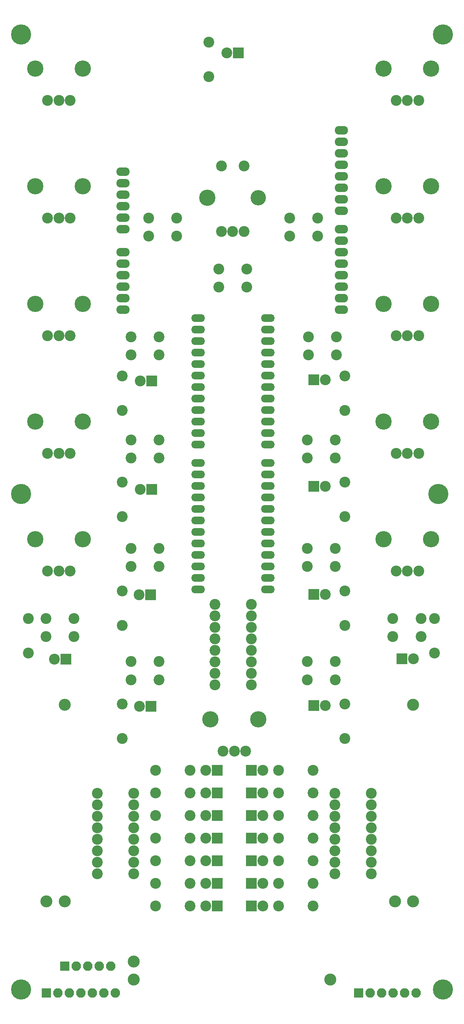
<source format=gbr>
G04 #@! TF.FileFunction,Soldermask,Bot*
%FSLAX46Y46*%
G04 Gerber Fmt 4.6, Leading zero omitted, Abs format (unit mm)*
G04 Created by KiCad (PCBNEW 4.0.6) date Sunday, July 01, 2018 'PMt' 09:51:52 PM*
%MOMM*%
%LPD*%
G01*
G04 APERTURE LIST*
%ADD10C,0.100000*%
%ADD11C,2.398980*%
%ADD12C,3.600000*%
%ADD13C,4.464000*%
%ADD14R,2.400000X2.400000*%
%ADD15C,2.400000*%
%ADD16O,2.940000X1.924000*%
%ADD17C,2.647900*%
%ADD18O,3.041600X1.720800*%
%ADD19C,3.400000*%
%ADD20R,2.100000X2.100000*%
%ADD21O,2.100000X2.100000*%
G04 APERTURE END LIST*
D10*
D11*
X128050000Y-69000000D03*
X121850000Y-69000000D03*
X128050000Y-65000000D03*
X121850000Y-65000000D03*
X127850000Y-115750000D03*
X121650000Y-115750000D03*
X127850000Y-111750000D03*
X121650000Y-111750000D03*
D12*
X149000000Y-5750000D03*
D11*
X143750000Y-12750000D03*
X146250000Y-12750000D03*
X141250000Y-12750000D03*
D12*
X138500000Y-5750000D03*
D11*
X101240000Y-124110000D03*
X101240000Y-126650000D03*
X101240000Y-129190000D03*
X101240000Y-131730000D03*
X101240000Y-134270000D03*
X101240000Y-136810000D03*
X101240000Y-139350000D03*
X101240000Y-141890000D03*
X109260000Y-141890000D03*
X109260000Y-139350000D03*
X109260000Y-136810000D03*
X109260000Y-134270000D03*
X109260000Y-131730000D03*
X109260000Y-129190000D03*
X109260000Y-126650000D03*
X109260000Y-124110000D03*
D13*
X58400000Y-99700000D03*
X150600000Y-99700000D03*
X58400000Y-209200000D03*
X151600000Y-209200000D03*
X151600000Y1800000D03*
D14*
X68250000Y-136250000D03*
D15*
X65710000Y-136250000D03*
D14*
X87050000Y-146600000D03*
D15*
X84510000Y-146600000D03*
D14*
X87000000Y-122000000D03*
D15*
X84460000Y-122000000D03*
D14*
X87250000Y-98750000D03*
D15*
X84710000Y-98750000D03*
D14*
X87250000Y-74750000D03*
D15*
X84710000Y-74750000D03*
D14*
X106400000Y-2250000D03*
D15*
X103860000Y-2250000D03*
D14*
X142500000Y-136100000D03*
D15*
X145040000Y-136100000D03*
D14*
X123100000Y-146500000D03*
D15*
X125640000Y-146500000D03*
D14*
X123100000Y-121900000D03*
D15*
X125640000Y-121900000D03*
D14*
X123100000Y-98000000D03*
D15*
X125640000Y-98000000D03*
D14*
X123100000Y-74500000D03*
D15*
X125640000Y-74500000D03*
D11*
X60000000Y-127250000D03*
X60000000Y-134870000D03*
X80750000Y-153750000D03*
X80750000Y-146130000D03*
X80750000Y-128750000D03*
X80750000Y-121130000D03*
X80750000Y-104750000D03*
X80750000Y-97130000D03*
X80750000Y-81250000D03*
X80750000Y-73630000D03*
X99900000Y-7500000D03*
X99900000Y120000D03*
X149750000Y-127250000D03*
X149750000Y-134870000D03*
X129950000Y-153750000D03*
X129950000Y-146130000D03*
X129950000Y-128750000D03*
X129950000Y-121130000D03*
X129950000Y-104750000D03*
X129950000Y-97130000D03*
X129950000Y-81250000D03*
X129950000Y-73630000D03*
X95750000Y-190750000D03*
X88130000Y-190750000D03*
X95750000Y-185750000D03*
X88130000Y-185750000D03*
X95750000Y-180750000D03*
X88130000Y-180750000D03*
X95750000Y-175750000D03*
X88130000Y-175750000D03*
X95750000Y-170750000D03*
X88130000Y-170750000D03*
X95750000Y-165750000D03*
X88130000Y-165750000D03*
X95750000Y-160750000D03*
X88130000Y-160750000D03*
X115250000Y-190750000D03*
X122870000Y-190750000D03*
X115250000Y-185750000D03*
X122870000Y-185750000D03*
X115250000Y-180750000D03*
X122870000Y-180750000D03*
X115250000Y-175750000D03*
X122870000Y-175750000D03*
X115250000Y-170750000D03*
X122870000Y-170750000D03*
X115250000Y-165750000D03*
X122870000Y-165750000D03*
X115250000Y-160750000D03*
X122870000Y-160750000D03*
D16*
X80890000Y-59000000D03*
X80890000Y-56460000D03*
X80890000Y-53920000D03*
X80890000Y-46300000D03*
X80890000Y-48840000D03*
X80890000Y-51380000D03*
X80890000Y-41220000D03*
X80890000Y-38680000D03*
X80890000Y-36140000D03*
X80890000Y-31060000D03*
X80890000Y-28520000D03*
X129150000Y-59000000D03*
X129150000Y-56460000D03*
X129150000Y-53920000D03*
X129150000Y-51380000D03*
X129150000Y-48840000D03*
X129150000Y-46300000D03*
X129150000Y-43760000D03*
X129150000Y-41220000D03*
X129150000Y-37156000D03*
X129150000Y-34616000D03*
X129150000Y-32076000D03*
X129150000Y-29536000D03*
X129150000Y-26996000D03*
X129150000Y-24456000D03*
X129150000Y-21916000D03*
X129150000Y-19376000D03*
X80890000Y-33600000D03*
D14*
X101750000Y-190750000D03*
D15*
X99210000Y-190750000D03*
D14*
X101750000Y-185750000D03*
D15*
X99210000Y-185750000D03*
D14*
X101750000Y-180750000D03*
D15*
X99210000Y-180750000D03*
D14*
X101750000Y-175750000D03*
D15*
X99210000Y-175750000D03*
D14*
X101750000Y-170750000D03*
D15*
X99210000Y-170750000D03*
D14*
X101750000Y-165750000D03*
D15*
X99210000Y-165750000D03*
D14*
X101750000Y-160750000D03*
D15*
X99210000Y-160750000D03*
D14*
X109250000Y-190750000D03*
D15*
X111790000Y-190750000D03*
D14*
X109250000Y-185750000D03*
D15*
X111790000Y-185750000D03*
D14*
X109250000Y-180750000D03*
D15*
X111790000Y-180750000D03*
D14*
X109250000Y-175750000D03*
D15*
X111790000Y-175750000D03*
D14*
X109250000Y-170750000D03*
D15*
X111790000Y-170750000D03*
D14*
X109250000Y-165750000D03*
D15*
X111790000Y-165750000D03*
D14*
X109250000Y-160750000D03*
D15*
X111790000Y-160750000D03*
D13*
X58400000Y1800000D03*
D17*
X144998980Y-146252520D03*
X144998980Y-189747480D03*
X141001020Y-189747480D03*
X126747480Y-206998980D03*
X83252520Y-206998980D03*
X83252520Y-203001020D03*
X67998980Y-146252520D03*
X67998980Y-189747480D03*
X64001020Y-189747480D03*
D11*
X127740000Y-165860000D03*
X127740000Y-168400000D03*
X127740000Y-170940000D03*
X127740000Y-173480000D03*
X127740000Y-176020000D03*
X127740000Y-178560000D03*
X127740000Y-181100000D03*
X127740000Y-183640000D03*
X135760000Y-183640000D03*
X135760000Y-181100000D03*
X135760000Y-178560000D03*
X135760000Y-176020000D03*
X135760000Y-173480000D03*
X135760000Y-170940000D03*
X135760000Y-168400000D03*
X135760000Y-165860000D03*
X83260000Y-183640000D03*
X83260000Y-181100000D03*
X83260000Y-178560000D03*
X83260000Y-176020000D03*
X83260000Y-173480000D03*
X83260000Y-170940000D03*
X83260000Y-168400000D03*
X83260000Y-165860000D03*
X75240000Y-165860000D03*
X75240000Y-168400000D03*
X75240000Y-170940000D03*
X75240000Y-173480000D03*
X75240000Y-176020000D03*
X75240000Y-178560000D03*
X75240000Y-181100000D03*
X75240000Y-183640000D03*
D18*
X97480000Y-92830000D03*
X97480000Y-95370000D03*
X97480000Y-97910000D03*
X97480000Y-100450000D03*
X97480000Y-102990000D03*
X97480000Y-105530000D03*
X97480000Y-108070000D03*
X97480000Y-110610000D03*
X97480000Y-113150000D03*
X97480000Y-115690000D03*
X97480000Y-118230000D03*
X97480000Y-120770000D03*
X112920000Y-120770000D03*
X112920000Y-118230000D03*
X112920000Y-115690000D03*
X112920000Y-113150000D03*
X112920000Y-110610000D03*
X112920000Y-108070000D03*
X112920000Y-105530000D03*
X112920000Y-102990000D03*
X112920000Y-100450000D03*
X112920000Y-97910000D03*
X112920000Y-95370000D03*
X112920000Y-92830000D03*
X97480000Y-60830000D03*
X97480000Y-63370000D03*
X97480000Y-65910000D03*
X97480000Y-68450000D03*
X97480000Y-70990000D03*
X97480000Y-73530000D03*
X97480000Y-76070000D03*
X97480000Y-78610000D03*
X97480000Y-81150000D03*
X97480000Y-83690000D03*
X97480000Y-86230000D03*
X97480000Y-88770000D03*
X112920000Y-88770000D03*
X112920000Y-86230000D03*
X112920000Y-83690000D03*
X112920000Y-81150000D03*
X112920000Y-78610000D03*
X112920000Y-76070000D03*
X112920000Y-73530000D03*
X112920000Y-70990000D03*
X112920000Y-68450000D03*
X112920000Y-65910000D03*
X112920000Y-63370000D03*
X112920000Y-60830000D03*
D12*
X72000000Y-5750000D03*
D11*
X66750000Y-12750000D03*
X69250000Y-12750000D03*
X64250000Y-12750000D03*
D12*
X61500000Y-5750000D03*
X72000000Y-31750000D03*
D11*
X66750000Y-38750000D03*
X69250000Y-38750000D03*
X64250000Y-38750000D03*
D12*
X61500000Y-31750000D03*
X72000000Y-57750000D03*
D11*
X66750000Y-64750000D03*
X69250000Y-64750000D03*
X64250000Y-64750000D03*
D12*
X61500000Y-57750000D03*
X72000000Y-83750000D03*
D11*
X66750000Y-90750000D03*
X69250000Y-90750000D03*
X64250000Y-90750000D03*
D12*
X61500000Y-83750000D03*
X72000000Y-109750000D03*
D11*
X66750000Y-116750000D03*
X69250000Y-116750000D03*
X64250000Y-116750000D03*
D12*
X61500000Y-109750000D03*
X110750000Y-149500000D03*
D11*
X105500000Y-156500000D03*
X108000000Y-156500000D03*
X103000000Y-156500000D03*
D12*
X100250000Y-149500000D03*
X149000000Y-109750000D03*
D11*
X143750000Y-116750000D03*
X146250000Y-116750000D03*
X141250000Y-116750000D03*
D12*
X138500000Y-109750000D03*
X149000000Y-83750000D03*
D11*
X143750000Y-90750000D03*
X146250000Y-90750000D03*
X141250000Y-90750000D03*
D12*
X138500000Y-83750000D03*
X149000000Y-57750000D03*
D11*
X143750000Y-64750000D03*
X146250000Y-64750000D03*
X141250000Y-64750000D03*
D12*
X138500000Y-57750000D03*
X149000000Y-31750000D03*
D11*
X143750000Y-38750000D03*
X146250000Y-38750000D03*
X141250000Y-38750000D03*
D12*
X138500000Y-31750000D03*
D11*
X92750000Y-42750000D03*
X86550000Y-42750000D03*
X92750000Y-38750000D03*
X86550000Y-38750000D03*
X108250000Y-54000000D03*
X102050000Y-54000000D03*
X108250000Y-50000000D03*
X102050000Y-50000000D03*
X123900000Y-42750000D03*
X117700000Y-42750000D03*
X123900000Y-38750000D03*
X117700000Y-38750000D03*
X88850000Y-69000000D03*
X82650000Y-69000000D03*
X88850000Y-65000000D03*
X82650000Y-65000000D03*
X88850000Y-91750000D03*
X82650000Y-91750000D03*
X88850000Y-87750000D03*
X82650000Y-87750000D03*
X88850000Y-115750000D03*
X82650000Y-115750000D03*
X88850000Y-111750000D03*
X82650000Y-111750000D03*
X88850000Y-140750000D03*
X82650000Y-140750000D03*
X88850000Y-136750000D03*
X82650000Y-136750000D03*
X70100000Y-131250000D03*
X63900000Y-131250000D03*
X70100000Y-127250000D03*
X63900000Y-127250000D03*
X127850000Y-140750000D03*
X121650000Y-140750000D03*
X127850000Y-136750000D03*
X121650000Y-136750000D03*
X146750000Y-131200000D03*
X140550000Y-131200000D03*
X146750000Y-127200000D03*
X140550000Y-127200000D03*
X127850000Y-91750000D03*
X121650000Y-91750000D03*
X127850000Y-87750000D03*
X121650000Y-87750000D03*
X102650000Y-27250000D03*
X102650000Y-41750000D03*
X105150000Y-41750000D03*
X107650000Y-41750000D03*
X107650000Y-27250000D03*
D19*
X110750000Y-34250000D03*
D12*
X99550000Y-34250000D03*
D20*
X64000000Y-210000000D03*
D21*
X66540000Y-210000000D03*
X69080000Y-210000000D03*
X71620000Y-210000000D03*
X74160000Y-210000000D03*
X76700000Y-210000000D03*
X79240000Y-210000000D03*
D20*
X133000000Y-210000000D03*
D21*
X135540000Y-210000000D03*
X138080000Y-210000000D03*
X140620000Y-210000000D03*
X143160000Y-210000000D03*
X145700000Y-210000000D03*
D20*
X68000000Y-204000000D03*
D21*
X70540000Y-204000000D03*
X73080000Y-204000000D03*
X75620000Y-204000000D03*
X78160000Y-204000000D03*
M02*

</source>
